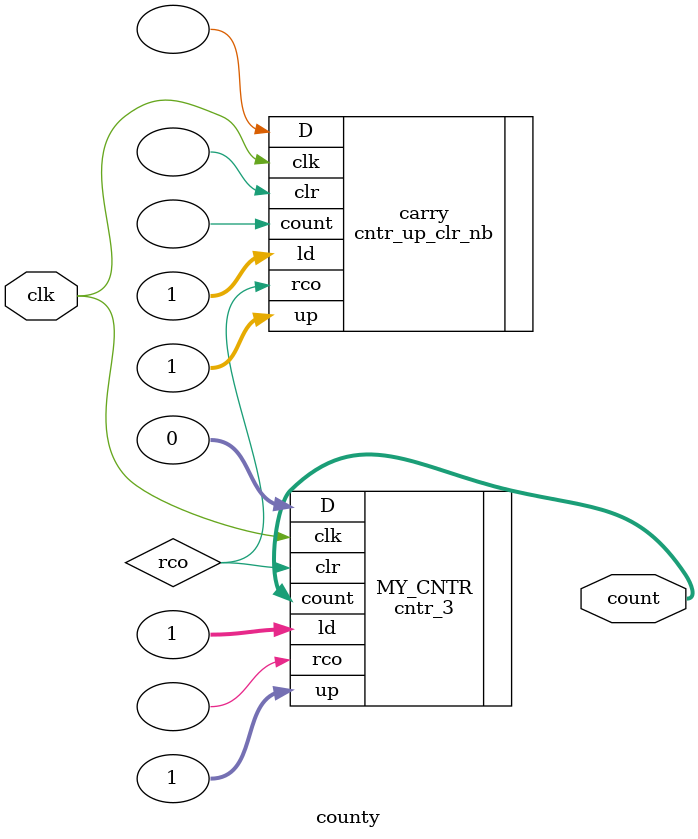
<source format=sv>
`timescale 1ns / 1ps


module county(
    input clk,
    output [4:0] count
    );
    
    logic rco;
    
    cntr_up_clr_nb #(.n(3)) carry (
     .clk   (clk), 
     .clr   (), 
     .up    (1), 
     .ld    (1), 
     .D     (), 
     .count (), 
     .rco   (rco)   );
     
     cntr_3 #(.n(5)) MY_CNTR (
     .clk   (clk), 
     .clr   (rco), 
     .up    (1), 
     .ld    (1), 
     .D     (0), 
     .count (count), 
     .rco   ()   );
    
endmodule

</source>
